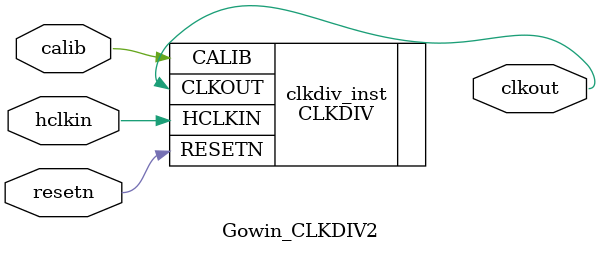
<source format=v>

module Gowin_CLKDIV2 (clkout, hclkin, resetn, calib);

output clkout;
input hclkin;
input resetn;
input calib;

CLKDIV clkdiv_inst (
    .CLKOUT(clkout),
    .HCLKIN(hclkin),
    .RESETN(resetn),
    .CALIB(calib)
);

defparam clkdiv_inst.DIV_MODE = "2";

endmodule //Gowin_CLKDIV2

</source>
